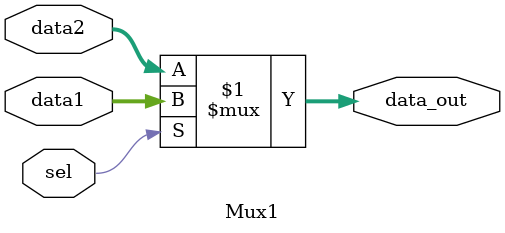
<source format=v>
module Mux1(
    input [4:0] data1,
    input [4:0] data2,
    input sel,
    output [4:0] data_out
);

    assign data_out = (sel) ? data1 : data2;

endmodule
</source>
